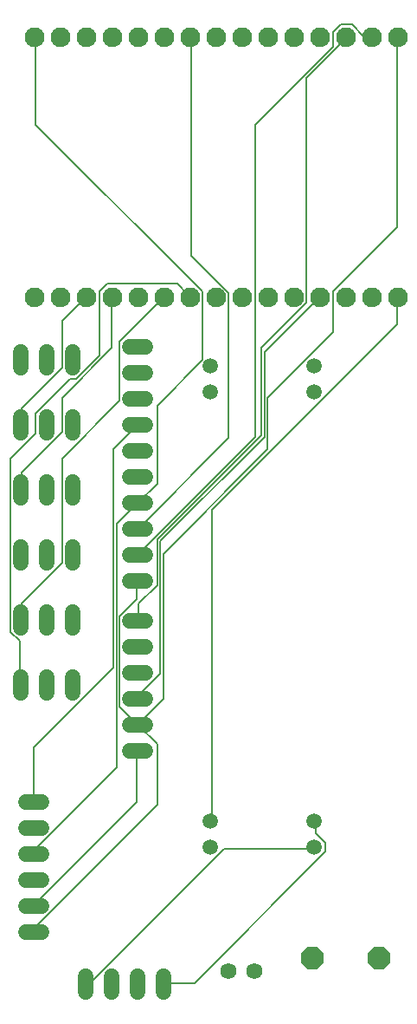
<source format=gbr>
G04 EAGLE Gerber RS-274X export*
G75*
%MOMM*%
%FSLAX34Y34*%
%LPD*%
%INBottom Copper*%
%IPPOS*%
%AMOC8*
5,1,8,0,0,1.08239X$1,22.5*%
G01*
G04 Define Apertures*
%ADD10C,1.930400*%
%ADD11C,1.524000*%
%ADD12P,2.336880X8X22.500000*%
%ADD13C,1.581000*%
%ADD14C,1.508000*%
%ADD15C,0.152400*%
D10*
X393800Y975188D03*
X368400Y975188D03*
X343000Y975188D03*
X317600Y975188D03*
X292200Y975188D03*
X266800Y975188D03*
X241400Y975188D03*
X216000Y975188D03*
X190600Y975188D03*
X165200Y975188D03*
X139800Y975188D03*
X114400Y975188D03*
X89000Y975188D03*
X63600Y975188D03*
X38200Y975188D03*
X393800Y721138D03*
X368400Y721138D03*
X343000Y721138D03*
X317600Y721138D03*
X292200Y721138D03*
X266800Y721138D03*
X241400Y721138D03*
X216000Y721138D03*
X190600Y721138D03*
X165200Y721138D03*
X139800Y721138D03*
X114400Y721138D03*
X89000Y721138D03*
X63600Y721138D03*
X38200Y721138D03*
D11*
X45720Y101600D02*
X30480Y101600D01*
X30480Y127000D02*
X45720Y127000D01*
X45720Y152400D02*
X30480Y152400D01*
X30480Y177800D02*
X45720Y177800D01*
X45720Y203200D02*
X30480Y203200D01*
X30480Y228600D02*
X45720Y228600D01*
D12*
X310388Y76200D03*
X375412Y76200D03*
D11*
X25400Y652780D02*
X25400Y668020D01*
X50800Y668020D02*
X50800Y652780D01*
X76200Y652780D02*
X76200Y668020D01*
X25400Y477520D02*
X25400Y462280D01*
X50800Y462280D02*
X50800Y477520D01*
X76200Y477520D02*
X76200Y462280D01*
X25400Y414020D02*
X25400Y398780D01*
X50800Y398780D02*
X50800Y414020D01*
X76200Y414020D02*
X76200Y398780D01*
X25400Y525780D02*
X25400Y541020D01*
X50800Y541020D02*
X50800Y525780D01*
X76200Y525780D02*
X76200Y541020D01*
X25400Y589280D02*
X25400Y604520D01*
X50800Y604520D02*
X50800Y589280D01*
X76200Y589280D02*
X76200Y604520D01*
X25400Y350520D02*
X25400Y335280D01*
X50800Y335280D02*
X50800Y350520D01*
X76200Y350520D02*
X76200Y335280D01*
D13*
X228600Y63500D03*
X254000Y63500D03*
D11*
X147320Y444500D02*
X132080Y444500D01*
X132080Y469900D02*
X147320Y469900D01*
X147320Y495300D02*
X132080Y495300D01*
X132080Y520700D02*
X147320Y520700D01*
X147320Y546100D02*
X132080Y546100D01*
X132080Y571500D02*
X147320Y571500D01*
X147320Y596900D02*
X132080Y596900D01*
X132080Y622300D02*
X147320Y622300D01*
X147320Y647700D02*
X132080Y647700D01*
X132080Y673100D02*
X147320Y673100D01*
D14*
X210900Y184150D03*
X312500Y184150D03*
X312500Y209550D03*
X210900Y209550D03*
X210900Y628650D03*
X312500Y628650D03*
X312500Y654050D03*
X210900Y654050D03*
D11*
X147320Y278384D02*
X132080Y278384D01*
X132080Y303784D02*
X147320Y303784D01*
X147320Y329184D02*
X132080Y329184D01*
X132080Y354584D02*
X147320Y354584D01*
X147320Y379984D02*
X132080Y379984D01*
X132080Y405384D02*
X147320Y405384D01*
X88900Y58420D02*
X88900Y43180D01*
X114300Y43180D02*
X114300Y58420D01*
X139700Y58420D02*
X139700Y43180D01*
X165100Y43180D02*
X165100Y58420D01*
D15*
X140208Y405384D02*
X140208Y422148D01*
X158496Y440436D01*
X158496Y484632D01*
X260604Y586740D01*
X260604Y672084D01*
X304800Y716280D01*
X304800Y935736D01*
X342900Y973836D01*
X140208Y405384D02*
X139700Y405384D01*
X342900Y973836D02*
X343000Y975188D01*
X38100Y105156D02*
X38100Y101600D01*
X38100Y105156D02*
X158496Y225552D01*
X158496Y284988D01*
X139700Y303784D01*
X138684Y426720D02*
X138684Y443484D01*
X138684Y426720D02*
X121920Y409956D01*
X121920Y321564D01*
X139700Y303784D01*
X138684Y443484D02*
X139700Y444500D01*
X393192Y789432D02*
X393192Y973836D01*
X393192Y789432D02*
X330708Y726948D01*
X330708Y687324D01*
X266700Y623316D01*
X266700Y573024D01*
X164592Y470916D01*
X164592Y329184D01*
X140208Y304800D01*
X393192Y973836D02*
X393800Y975188D01*
X140208Y304800D02*
X139700Y303784D01*
X192024Y762000D02*
X192024Y973836D01*
X192024Y762000D02*
X228600Y725424D01*
X228600Y583692D01*
X140208Y495300D01*
X192024Y973836D02*
X190600Y975188D01*
X140208Y495300D02*
X139700Y495300D01*
X38100Y281940D02*
X38100Y228600D01*
X38100Y281940D02*
X115824Y359664D01*
X115824Y573024D01*
X139700Y596900D01*
X38100Y181356D02*
X38100Y177800D01*
X38100Y181356D02*
X118872Y262128D01*
X118872Y499872D01*
X139700Y520700D01*
X39624Y890016D02*
X39624Y973836D01*
X39624Y890016D02*
X202692Y726948D01*
X202692Y659892D01*
X158496Y615696D01*
X158496Y539496D01*
X139700Y520700D01*
X39624Y973836D02*
X38200Y975188D01*
X140208Y332232D02*
X140208Y329184D01*
X140208Y332232D02*
X161544Y353568D01*
X161544Y483108D01*
X263652Y585216D01*
X263652Y667512D01*
X316992Y720852D01*
X140208Y329184D02*
X139700Y329184D01*
X316992Y720852D02*
X317600Y721138D01*
X138684Y228600D02*
X38100Y128016D01*
X138684Y228600D02*
X138684Y277368D01*
X38100Y128016D02*
X38100Y127000D01*
X138684Y277368D02*
X139700Y278384D01*
X361188Y975360D02*
X367284Y975360D01*
X361188Y975360D02*
X348996Y987552D01*
X338328Y987552D01*
X330708Y979932D01*
X330708Y966216D01*
X254508Y890016D01*
X254508Y585216D01*
X140208Y470916D01*
X367284Y975360D02*
X368400Y975188D01*
X140208Y470916D02*
X139700Y469900D01*
X24384Y385572D02*
X24384Y342900D01*
X24384Y385572D02*
X15240Y394716D01*
X15240Y563880D01*
X39624Y588264D01*
X39624Y608076D01*
X73152Y641604D01*
X79248Y641604D01*
X102108Y664464D01*
X102108Y726948D01*
X109728Y734568D01*
X178308Y734568D01*
X190500Y722376D01*
X25400Y342900D02*
X24384Y342900D01*
X190600Y721138D02*
X190500Y722376D01*
X25908Y422148D02*
X25908Y406908D01*
X25908Y422148D02*
X65532Y461772D01*
X65532Y563880D01*
X121920Y620268D01*
X121920Y678180D01*
X164592Y720852D01*
X25908Y406908D02*
X25400Y406400D01*
X164592Y720852D02*
X165200Y721138D01*
X25908Y550164D02*
X25908Y533400D01*
X25908Y550164D02*
X65532Y589788D01*
X65532Y623316D01*
X114300Y672084D01*
X114300Y720852D01*
X25908Y533400D02*
X25400Y533400D01*
X114300Y720852D02*
X114400Y721138D01*
X25908Y612648D02*
X25908Y597408D01*
X25908Y612648D02*
X65532Y652272D01*
X65532Y697992D01*
X88392Y720852D01*
X25908Y597408D02*
X25400Y596900D01*
X88392Y720852D02*
X89000Y721138D01*
X224028Y182880D02*
X312420Y182880D01*
X224028Y182880D02*
X92964Y51816D01*
X89916Y51816D01*
X312420Y182880D02*
X312500Y184150D01*
X89916Y51816D02*
X88900Y50800D01*
X211836Y210312D02*
X211836Y513588D01*
X393192Y694944D01*
X393192Y720852D01*
X211836Y210312D02*
X210900Y209550D01*
X393192Y720852D02*
X393800Y721138D01*
X313944Y208788D02*
X313944Y198120D01*
X323088Y188976D01*
X323088Y179832D01*
X195072Y51816D01*
X166116Y51816D01*
X312500Y209550D02*
X313944Y208788D01*
X166116Y51816D02*
X165100Y50800D01*
M02*

</source>
